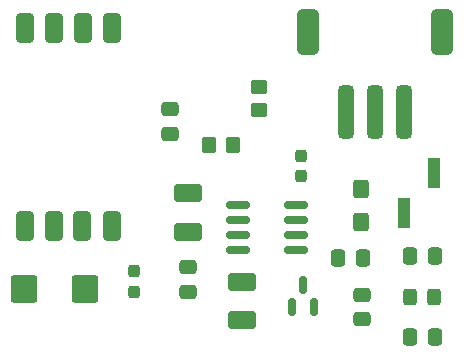
<source format=gbr>
%TF.GenerationSoftware,KiCad,Pcbnew,7.0.9*%
%TF.CreationDate,2023-11-10T13:40:09+01:00*%
%TF.ProjectId,MPX5100DP-SMD-board,4d505835-3130-4304-9450-2d534d442d62,1.1*%
%TF.SameCoordinates,Original*%
%TF.FileFunction,Paste,Top*%
%TF.FilePolarity,Positive*%
%FSLAX46Y46*%
G04 Gerber Fmt 4.6, Leading zero omitted, Abs format (unit mm)*
G04 Created by KiCad (PCBNEW 7.0.9) date 2023-11-10 13:40:09*
%MOMM*%
%LPD*%
G01*
G04 APERTURE LIST*
G04 Aperture macros list*
%AMRoundRect*
0 Rectangle with rounded corners*
0 $1 Rounding radius*
0 $2 $3 $4 $5 $6 $7 $8 $9 X,Y pos of 4 corners*
0 Add a 4 corners polygon primitive as box body*
4,1,4,$2,$3,$4,$5,$6,$7,$8,$9,$2,$3,0*
0 Add four circle primitives for the rounded corners*
1,1,$1+$1,$2,$3*
1,1,$1+$1,$4,$5*
1,1,$1+$1,$6,$7*
1,1,$1+$1,$8,$9*
0 Add four rect primitives between the rounded corners*
20,1,$1+$1,$2,$3,$4,$5,0*
20,1,$1+$1,$4,$5,$6,$7,0*
20,1,$1+$1,$6,$7,$8,$9,0*
20,1,$1+$1,$8,$9,$2,$3,0*%
G04 Aperture macros list end*
%ADD10RoundRect,0.460375X0.460375X1.495425X-0.460375X1.495425X-0.460375X-1.495425X0.460375X-1.495425X0*%
%ADD11RoundRect,0.325000X-0.325000X1.925000X-0.325000X-1.925000X0.325000X-1.925000X0.325000X1.925000X0*%
%ADD12RoundRect,0.250000X0.337500X0.475000X-0.337500X0.475000X-0.337500X-0.475000X0.337500X-0.475000X0*%
%ADD13RoundRect,0.250000X-0.337500X-0.475000X0.337500X-0.475000X0.337500X0.475000X-0.337500X0.475000X0*%
%ADD14RoundRect,0.250001X-0.924999X0.499999X-0.924999X-0.499999X0.924999X-0.499999X0.924999X0.499999X0*%
%ADD15RoundRect,0.150000X-0.825000X-0.150000X0.825000X-0.150000X0.825000X0.150000X-0.825000X0.150000X0*%
%ADD16RoundRect,0.250000X0.475000X-0.337500X0.475000X0.337500X-0.475000X0.337500X-0.475000X-0.337500X0*%
%ADD17RoundRect,0.250000X0.875000X0.925000X-0.875000X0.925000X-0.875000X-0.925000X0.875000X-0.925000X0*%
%ADD18RoundRect,0.237500X0.237500X-0.287500X0.237500X0.287500X-0.237500X0.287500X-0.237500X-0.287500X0*%
%ADD19RoundRect,0.380000X-0.380000X-0.890000X0.380000X-0.890000X0.380000X0.890000X-0.380000X0.890000X0*%
%ADD20R,1.000000X2.510000*%
%ADD21RoundRect,0.150000X0.150000X-0.587500X0.150000X0.587500X-0.150000X0.587500X-0.150000X-0.587500X0*%
%ADD22RoundRect,0.250000X-0.450000X0.350000X-0.450000X-0.350000X0.450000X-0.350000X0.450000X0.350000X0*%
%ADD23RoundRect,0.250000X-0.325000X-0.450000X0.325000X-0.450000X0.325000X0.450000X-0.325000X0.450000X0*%
%ADD24RoundRect,0.250000X-0.475000X0.337500X-0.475000X-0.337500X0.475000X-0.337500X0.475000X0.337500X0*%
%ADD25RoundRect,0.250000X-0.350000X-0.450000X0.350000X-0.450000X0.350000X0.450000X-0.350000X0.450000X0*%
%ADD26RoundRect,0.237500X-0.237500X0.287500X-0.237500X-0.287500X0.237500X-0.287500X0.237500X0.287500X0*%
%ADD27RoundRect,0.250000X0.425000X-0.537500X0.425000X0.537500X-0.425000X0.537500X-0.425000X-0.537500X0*%
G04 APERTURE END LIST*
D10*
%TO.C,J1*%
X95985444Y-22682200D03*
X84612594Y-22656800D03*
D11*
X92791394Y-29464000D03*
X90302194Y-29464000D03*
X87812994Y-29464000D03*
%TD*%
D12*
%TO.C,C9*%
X95351994Y-41656000D03*
X93276994Y-41656000D03*
%TD*%
D13*
%TO.C,C8*%
X93276994Y-48514000D03*
X95351994Y-48514000D03*
%TD*%
D14*
%TO.C,C1*%
X74480994Y-36348000D03*
X74480994Y-39598000D03*
%TD*%
D12*
%TO.C,C6*%
X89255994Y-41783000D03*
X87180994Y-41783000D03*
%TD*%
D15*
%TO.C,U1*%
X78671994Y-37338000D03*
X78671994Y-38608000D03*
X78671994Y-39878000D03*
X78671994Y-41148000D03*
X83621994Y-41148000D03*
X83621994Y-39878000D03*
X83621994Y-38608000D03*
X83621994Y-37338000D03*
%TD*%
D16*
%TO.C,C3*%
X74480994Y-44704000D03*
X74480994Y-42629000D03*
%TD*%
D17*
%TO.C,C7*%
X65714994Y-44450000D03*
X60614994Y-44450000D03*
%TD*%
D14*
%TO.C,C2*%
X79049994Y-43815000D03*
X79049994Y-47065000D03*
%TD*%
D18*
%TO.C,D2*%
X69905994Y-44690000D03*
X69905994Y-42940000D03*
%TD*%
D19*
%TO.C,U3*%
X60650362Y-39079092D03*
X63139562Y-39079092D03*
X65476362Y-39079092D03*
X68016362Y-39079092D03*
X68016362Y-22319092D03*
X65561029Y-22319092D03*
X63105696Y-22319092D03*
X60650362Y-22319092D03*
%TD*%
D20*
%TO.C,J2*%
X92768994Y-37977000D03*
X95308994Y-34667000D03*
%TD*%
D21*
%TO.C,U2*%
X83243994Y-45974000D03*
X85143994Y-45974000D03*
X84193994Y-44099000D03*
%TD*%
D22*
%TO.C,R1*%
X80466994Y-27305000D03*
X80466994Y-29305000D03*
%TD*%
D23*
%TO.C,L1*%
X93276994Y-45085000D03*
X95326994Y-45085000D03*
%TD*%
D24*
%TO.C,C10*%
X72953994Y-29210000D03*
X72953994Y-31285000D03*
%TD*%
D25*
%TO.C,R2*%
X76271994Y-32258000D03*
X78271994Y-32258000D03*
%TD*%
D26*
%TO.C,D1*%
X84005994Y-33161000D03*
X84005994Y-34911000D03*
%TD*%
D27*
%TO.C,C4*%
X89085994Y-38816000D03*
X89085994Y-35941000D03*
%TD*%
D24*
%TO.C,C5*%
X89212994Y-44936500D03*
X89212994Y-47011500D03*
%TD*%
M02*

</source>
